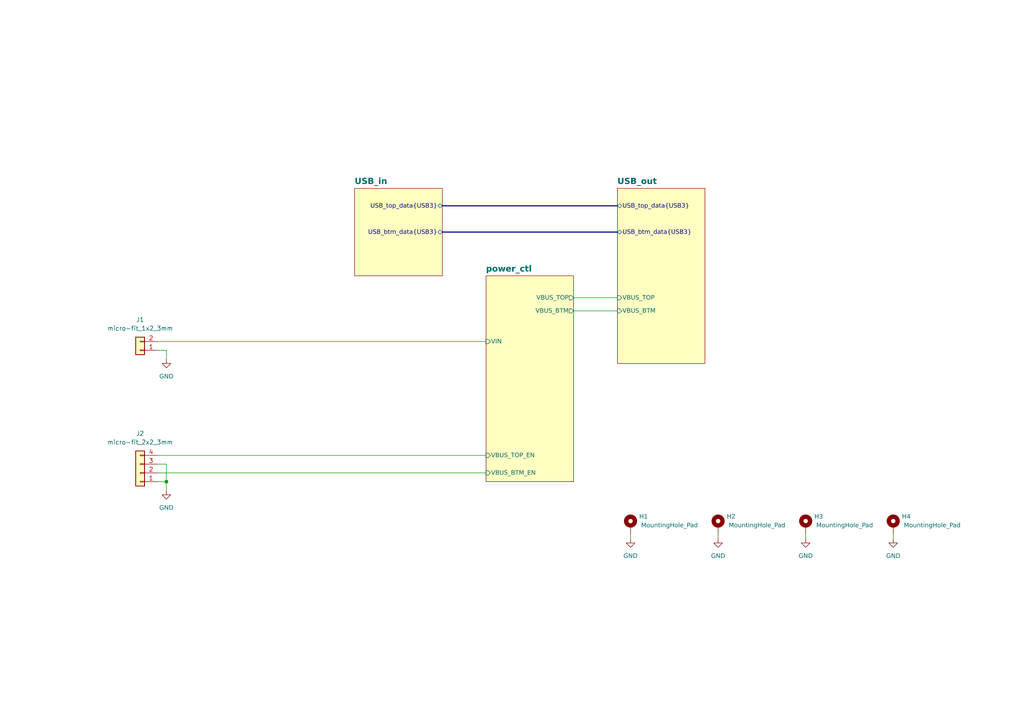
<source format=kicad_sch>
(kicad_sch (version 20230121) (generator eeschema)
  (paper "A4")
  (title_block (title "Demo Board") (date "2023-11-27") (rev "A") (company "The Cornell Lab, K. Lisa Yang Center for Conservation Bioacoustics") (comment 2 "Drawn by: Jordan Aceto") (comment 3 "Brief: PCB to demo KiCad documentation scripts") (comment 4 "Project: Engineering Tools"))
  (lib_symbols
    (symbol "ccb_connector_micro-fit:Molex_Micro-Fit_3.0_43045-0400_2x02_P3.00mm_Horizontal" (pin_names (offset 1.016) hide)
      (property "Reference" "J" (at 0 5.08 0))
      (property "Value" "micro-fit_2x2_3mm" (at 0 -7.62 0))
      (symbol "Molex_Micro-Fit_3.0_43045-0400_2x02_P3.00mm_Horizontal_1_1"
        (rectangle (start -1.27 -4.953) (end 0 -5.207) (stroke (width 0.1524)))
        (rectangle (start -1.27 -2.413) (end 0 -2.667) (stroke (width 0.1524)))
        (rectangle (start -1.27 0.127) (end 0 -0.127) (stroke (width 0.1524)))
        (rectangle (start -1.27 2.667) (end 0 2.413) (stroke (width 0.1524)))
        (rectangle (start -1.27 3.81) (end 1.27 -6.35) (stroke (width 0.254)) (fill (type background)))
        (pin passive line (at -5.08 2.54 0) (length 3.81) (name "Pin_1") (number "1"))
        (pin passive line (at -5.08 0 0) (length 3.81) (name "Pin_2") (number "2"))
        (pin passive line (at -5.08 -2.54 0) (length 3.81) (name "Pin_3") (number "3"))
        (pin passive line (at -5.08 -5.08 0) (length 3.81) (name "Pin_4") (number "4"))
      )
    )
    (symbol "ccb_connector_micro-fit:Molex_Micro-Fit_3.0_43650-0200_1x02_P3.00mm_Horizontal" (pin_names (offset 1.016) hide)
      (property "Reference" "J" (at 0 2.54 0))
      (property "Value" "micro-fit_1x2_3mm" (at 0 -5.08 0))
      (symbol "Molex_Micro-Fit_3.0_43650-0200_1x02_P3.00mm_Horizontal_1_1"
        (rectangle (start -1.27 -2.413) (end 0 -2.667) (stroke (width 0.1524)))
        (rectangle (start -1.27 0.127) (end 0 -0.127) (stroke (width 0.1524)))
        (rectangle (start -1.27 1.27) (end 1.27 -3.81) (stroke (width 0.254)) (fill (type background)))
        (pin passive line (at -5.08 0 0) (length 3.81) (name "Pin_1") (number "1"))
        (pin passive line (at -5.08 -2.54 0) (length 3.81) (name "Pin_2") (number "2"))
      )
    )
    (symbol "ccb_mounting_hole:MountingHole_2.7mm_M2.5_DIN965_Pad" (pin_numbers hide) (pin_names (offset 1.016) hide) (in_bom no)
      (property "Reference" "H" (at 0 6.35 0))
      (property "Value" "MountingHole_Pad" (at 0 4.445 0))
      (symbol "MountingHole_2.7mm_M2.5_DIN965_Pad_0_1"
        (circle (center 0 1.27) (radius 1.27) (stroke (width 1.27)))
      )
      (symbol "MountingHole_2.7mm_M2.5_DIN965_Pad_1_1"
        (pin input line (at 0 -2.54 90) (length 2.54) (name "1") (number "1"))
      )
    )
    (symbol "power:GND" (power) (pin_names (offset 0))
      (property "Value" "GND" (at 0 -3.81 0))
      (symbol "GND_0_1"
        (polyline (pts (xy 0 0) (xy 0 -1.27) (xy 1.27 -1.27) (xy 0 -2.54) (xy -1.27 -1.27) (xy 0 -1.27)))
      )
      (symbol "GND_1_1"
        (pin power_in line (at 0 0 270) (length 0) hide (name "GND") (number "1"))
      )
    )
  )
  (junction (at 48.26 139.7))
  (wire (pts (xy 48.26 134.62) (xy 45.72 134.62)))
  (wire (pts (xy 48.26 134.62) (xy 48.26 139.7)))
  (wire (pts (xy 48.26 101.6) (xy 48.26 104.14)))
  (wire (pts (xy 48.26 139.7) (xy 48.26 142.24)))
  (wire (pts (xy 166.37 86.36) (xy 179.07 86.36)))
  (wire (pts (xy 259.08 154.94) (xy 259.08 156.21)))
  (wire (pts (xy 233.68 154.94) (xy 233.68 156.21)))
  (wire (pts (xy 48.26 101.6) (xy 45.72 101.6)))
  (bus (pts (xy 128.27 59.69) (xy 179.07 59.69)))
  (wire (pts (xy 45.72 139.7) (xy 48.26 139.7)))
  (wire (pts (xy 208.28 154.94) (xy 208.28 156.21)))
  (wire (pts (xy 45.72 137.16) (xy 140.97 137.16)))
  (wire (pts (xy 166.37 90.17) (xy 179.07 90.17)))
  (wire (pts (xy 45.72 132.08) (xy 140.97 132.08)))
  (wire (pts (xy 182.88 154.94) (xy 182.88 156.21)))
  (wire (pts (xy 45.72 99.06) (xy 140.97 99.06)))
  (bus (pts (xy 128.27 67.31) (xy 179.07 67.31)))
  (symbol (lib_id "ccb_mounting_hole:MountingHole_2.7mm_M2.5_DIN965_Pad") (at 182.88 152.4 0) (unit 1) (in_bom no)
    (property "Reference" "H1" (at 185.42 149.86 0) (effects (justify left)))
    (property "Value" "MountingHole_Pad" (at 185.42 152.4 0) (effects (justify left)))
    (property "Footprint" "ccb_mounting_hole:MountingHole_2.7mm_M2.5_DIN965_Pad" (effects hide))
    (property "Manufacturer" "Mounting hole, nothing to buy or place" (effects hide))
    (property "MPN" "Mounting hole, nothing to buy or place" (effects hide))
    (property "Type" "None" (effects hide))
  )
  (symbol (lib_id "ccb_mounting_hole:MountingHole_2.7mm_M2.5_DIN965_Pad") (at 259.08 152.4 0) (unit 1) (in_bom no)
    (property "Reference" "H4" (at 261.62 149.86 0) (effects (justify left)))
    (property "Value" "MountingHole_Pad" (at 261.62 152.4 0) (effects (justify left)))
    (property "Footprint" "ccb_mounting_hole:MountingHole_2.7mm_M2.5_DIN965_Pad" (effects hide))
    (property "Manufacturer" "Mounting hole, nothing to buy or place" (effects hide))
    (property "MPN" "Mounting hole, nothing to buy or place" (effects hide))
    (property "Type" "None" (effects hide))
  )
  (symbol (lib_id "ccb_connector_micro-fit:Molex_Micro-Fit_3.0_43045-0400_2x02_P3.00mm_Horizontal") (at 40.64 137.16 180) (unit 1)
    (property "Reference" "J2" (at 40.64 125.73 0))
    (property "Value" "micro-fit_2x2_3mm" (at 40.64 128.27 0))
    (property "Footprint" "ccb_connector_micro-fit:Molex_Micro-Fit_3.0_43045-0400_2x02_P3.00mm_Horizontal" (effects hide))
    (property "Datasheet" "https://tools.molex.com/pdm_docs/ps/PS-43045.pdf" (effects hide))
    (property "Manufacturer" "Molex" (effects hide))
    (property "MPN" "430450400" (effects hide))
    (property "Type" "PTH" (effects hide))
  )
  (symbol (lib_id "power:GND") (at 48.26 142.24 0) (unit 1)
    (property "Reference" "#PWR010" (effects hide))
    (property "Value" "GND" (at 48.26 147.32 0))
  )
  (symbol (lib_id "power:GND") (at 259.08 156.21 0) (unit 1)
    (property "Reference" "#PWR08" (effects hide))
    (property "Value" "GND" (at 259.08 161.29 0))
  )
  (symbol (lib_id "power:GND") (at 182.88 156.21 0) (unit 1)
    (property "Reference" "#PWR09" (effects hide))
    (property "Value" "GND" (at 182.88 161.29 0))
  )
  (symbol (lib_id "ccb_mounting_hole:MountingHole_2.7mm_M2.5_DIN965_Pad") (at 233.68 152.4 0) (unit 1) (in_bom no)
    (property "Reference" "H3" (at 236.22 149.86 0) (effects (justify left)))
    (property "Value" "MountingHole_Pad" (at 236.22 152.4 0) (effects (justify left)))
    (property "Footprint" "ccb_mounting_hole:MountingHole_2.7mm_M2.5_DIN965_Pad" (effects hide))
    (property "Manufacturer" "Mounting hole, nothing to buy or place" (effects hide))
    (property "MPN" "Mounting hole, nothing to buy or place" (effects hide))
    (property "Type" "None" (effects hide))
  )
  (symbol (lib_id "ccb_mounting_hole:MountingHole_2.7mm_M2.5_DIN965_Pad") (at 208.28 152.4 0) (unit 1) (in_bom no)
    (property "Reference" "H2" (at 210.82 149.86 0) (effects (justify left)))
    (property "Value" "MountingHole_Pad" (at 210.82 152.4 0) (effects (justify left)))
    (property "Footprint" "ccb_mounting_hole:MountingHole_2.7mm_M2.5_DIN965_Pad" (effects hide))
    (property "Manufacturer" "Mounting hole, nothing to buy or place" (effects hide))
    (property "MPN" "Mounting hole, nothing to buy or place" (effects hide))
    (property "Type" "None" (effects hide))
  )
  (symbol (lib_id "ccb_connector_micro-fit:Molex_Micro-Fit_3.0_43650-0200_1x02_P3.00mm_Horizontal") (at 40.64 101.6 180) (unit 1)
    (property "Reference" "J1" (at 40.64 92.71 0))
    (property "Value" "micro-fit_1x2_3mm" (at 40.64 95.25 0))
    (property "Footprint" "ccb_connector_micro-fit:Molex_Micro-Fit_3.0_43650-0200_1x02_P3.00mm_Horizontal" (effects hide))
    (property "Datasheet" "https://tools.molex.com/pdm_docs/sd/436500200_sd.pdf" (effects hide))
    (property "Manufacturer" "Molex" (effects hide))
    (property "MPN" "436500200" (effects hide))
    (property "Type" "PTH" (effects hide))
  )
  (symbol (lib_id "power:GND") (at 208.28 156.21 0) (unit 1)
    (property "Reference" "#PWR06" (effects hide))
    (property "Value" "GND" (at 208.28 161.29 0))
  )
  (symbol (lib_id "power:GND") (at 48.26 104.14 0) (unit 1)
    (property "Reference" "#PWR05" (effects hide))
    (property "Value" "GND" (at 48.26 109.22 0))
  )
  (symbol (lib_id "power:GND") (at 233.68 156.21 0) (unit 1)
    (property "Reference" "#PWR07" (effects hide))
    (property "Value" "GND" (at 233.68 161.29 0))
  )
  (sheet (at 102.87 54.61) (size 25.4 25.4) (stroke (width 0.1524)) (fill (color 255 255 194 1.0000))
    (property "Sheetname" "USB_in" (at 102.87 53.6584 0) (effects (font (size 1.75 1.75) bold) (justify left bottom)))
    (property "Sheetfile" "USB_in.kicad_sch" (effects hide))
    (pin "USB_top_data{USB3}" bidirectional (at 128.27 59.69 0))
    (pin "USB_btm_data{USB3}" bidirectional (at 128.27 67.31 0))
  )
  (sheet (at 179.07 54.61) (size 25.4 50.8) (stroke (width 0.1524)) (fill (color 255 255 194 1.0000))
    (property "Sheetname" "USB_out" (at 179.07 53.6584 0) (effects (font (size 1.75 1.75) bold) (justify left bottom)))
    (property "Sheetfile" "USB_out.kicad_sch" (effects hide))
    (pin "VBUS_TOP" input (at 179.07 86.36 180))
    (pin "VBUS_BTM" input (at 179.07 90.17 180))
    (pin "USB_top_data{USB3}" bidirectional (at 179.07 59.69 180))
    (pin "USB_btm_data{USB3}" bidirectional (at 179.07 67.31 180))
  )
  (sheet (at 140.97 80.01) (size 25.4 59.69) (stroke (width 0.1524)) (fill (color 255 255 194 1.0000))
    (property "Sheetname" "power_ctl" (at 140.97 79.0584 0) (effects (font (size 1.75 1.75) bold) (justify left bottom)))
    (property "Sheetfile" "power_ctl.kicad_sch" (effects hide))
    (pin "VBUS_BTM" output (at 166.37 90.17 0))
    (pin "VBUS_TOP" output (at 166.37 86.36 0))
    (pin "VBUS_TOP_EN" input (at 140.97 132.08 180))
    (pin "VBUS_BTM_EN" input (at 140.97 137.16 180))
    (pin "VIN" input (at 140.97 99.06 180))
  )
)
</source>
